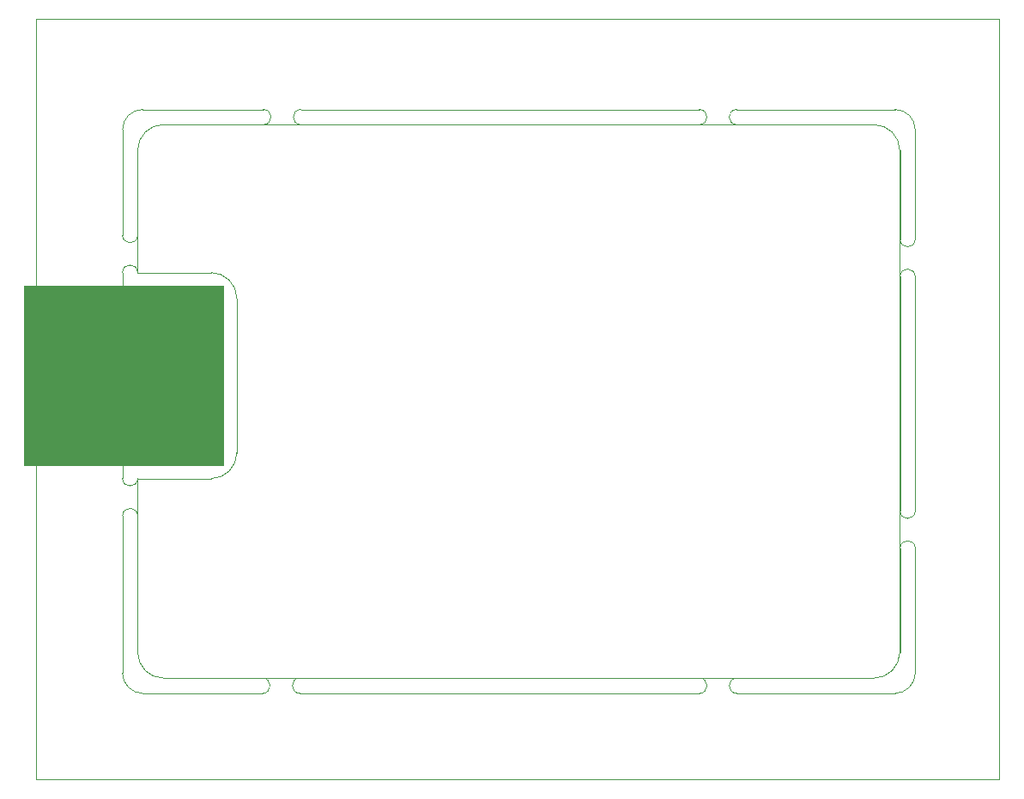
<source format=gbr>
%TF.GenerationSoftware,Altium Limited,Altium Designer,25.3.3 (18)*%
G04 Layer_Color=16711935*
%FSLAX45Y45*%
%MOMM*%
%TF.SameCoordinates,95E4F6BA-DA47-4B25-BB43-2529A7C35442*%
%TF.FilePolarity,Positive*%
%TF.FileFunction,Keep-out,Top*%
%TF.Part,CustomerPanel*%
G01*
G75*
%TA.AperFunction,NonConductor*%
%ADD637C,0.10000*%
G36*
X-117600Y4873500D02*
Y3095500D01*
X1850900D01*
Y4873500D01*
X-117600D01*
D02*
G37*
D637*
X1050000Y6610000D02*
G03*
X850000Y6410000I0J-200000D01*
G01*
X850000Y1050000D02*
G03*
X1050000Y850000I200000J0D01*
G01*
X8470000Y850000D02*
G03*
X8670000Y1050000I0J200000D01*
G01*
X8670000Y6410000D02*
G03*
X8470000Y6610000I-200000J0D01*
G01*
X850000Y2970000D02*
G03*
X1000001Y2970000I75000J0D01*
G01*
X1000000Y2600000D02*
G03*
X850000Y2600000I-75000J0D01*
G01*
X849863Y5370269D02*
G03*
X999863Y5370269I75000J0D01*
G01*
X999862Y5000269D02*
G03*
X849862Y5000269I-75000J0D01*
G01*
X8520000Y5330000D02*
G03*
X8670000Y5330000I75000J0D01*
G01*
X8670000Y4960000D02*
G03*
X8520000Y4960000I-75000J0D01*
G01*
X8520000Y2650000D02*
G03*
X8670000Y2650000I75000J0D01*
G01*
X8670000Y2280000D02*
G03*
X8520000Y2280000I-75000J0D01*
G01*
X2600000Y1000000D02*
G03*
X2600000Y850000I0J-75000D01*
G01*
X2230000Y850000D02*
G03*
X2230000Y1000000I0J75000D01*
G01*
X6910000Y1000000D02*
G03*
X6910000Y850000I0J-75000D01*
G01*
X6540000Y850000D02*
G03*
X6540000Y1000000I0J75000D01*
G01*
X2610000Y6610000D02*
G03*
X2610000Y6460000I0J-75000D01*
G01*
X2240000Y6460000D02*
G03*
X2240000Y6610000I0J75000D01*
G01*
X6910000Y6610000D02*
G03*
X6910000Y6460000I0J-75000D01*
G01*
X6540000Y6460000D02*
G03*
X6540000Y6610000I0J75000D01*
G01*
X8262199Y999769D02*
G03*
X8517454Y1255025I0J255256D01*
G01*
X999862Y1253769D02*
G03*
X1253862Y999769I254000J0D01*
G01*
X1253862Y6460769D02*
G03*
X999862Y6206769I0J-254000D01*
G01*
X1977762Y4746269D02*
G03*
X1723762Y5000269I-254000J0D01*
G01*
Y2968269D02*
G03*
X1977762Y3222269I0J254000D01*
G01*
X8517320Y6205240D02*
G03*
X8261791Y6460769I-255529J0D01*
G01*
X1253862Y999933D02*
X2229986Y1000000D01*
X2600002Y1000000D02*
X6540000Y1000105D01*
X6910002Y1000000D02*
X8262199Y1000059D01*
X8520000Y2279988D02*
X8520054Y1255025D01*
X8520000Y4960000D02*
X8520062Y2650002D01*
X8519956Y6205240D02*
X8520000Y5330002D01*
X6910011Y6460000D02*
X8261791Y6460067D01*
X2610002Y6460000D02*
X6540002Y6460104D01*
X1000000Y2599998D02*
X1000073Y1253769D01*
X1253862Y6459947D02*
X2239998Y6460000D01*
X999862Y5000269D02*
X1723762D01*
X999862Y5370269D02*
Y6206769D01*
X849862Y5000269D02*
X849956Y2970000D01*
X1050000Y849919D02*
X2229998Y850000D01*
X850000Y2599998D02*
X850071Y1050000D01*
X849806Y6410000D02*
X849863Y5370271D01*
X1050000Y6609936D02*
X2239998Y6610000D01*
X6910002Y6610000D02*
X8470000Y6610078D01*
X8669946Y6410000D02*
X8670000Y5330002D01*
X8669938Y4960000D02*
X8670000Y2650002D01*
X8670000Y2279998D02*
X8670065Y1050000D01*
X6910002Y850000D02*
X8470000Y850068D01*
X2600002Y850000D02*
X6540000Y850105D01*
X2610000Y6610000D02*
X6540000Y6610105D01*
X999862Y2968269D02*
X1723762D01*
X1977762Y3222269D02*
Y4746269D01*
X-2Y-5D02*
X9500000D01*
X-2Y7500000D02*
X-2Y-5D01*
X9500000D02*
Y7500000D01*
X-2D02*
X9500000D01*
X8517458Y6205471D02*
G03*
X8261929Y6461000I-255529J0D01*
G01*
X1723900Y2968500D02*
G03*
X1977900Y3222500I0J254000D01*
G01*
Y4746500D02*
G03*
X1723900Y5000500I-254000J0D01*
G01*
X1254000Y6461000D02*
G03*
X1000000Y6207000I0J-254000D01*
G01*
X1000000Y1254000D02*
G03*
X1254000Y1000000I254000J0D01*
G01*
X8262336D02*
G03*
X8517592Y1255256I0J255256D01*
G01*
X1000000Y5000500D02*
Y6207000D01*
Y1254000D02*
Y2968500D01*
X1254000Y6461000D02*
X8261931D01*
X1977900Y3222500D02*
Y4746500D01*
X1000000Y5000500D02*
X1723900D01*
X1000000Y2968500D02*
X1723900D01*
X1254000Y1000000D02*
X8262338D01*
X8517460Y6205471D02*
X8517592Y1255255D01*
%TF.MD5,4218564255511aef3b6eed4a33c99649*%
M02*

</source>
